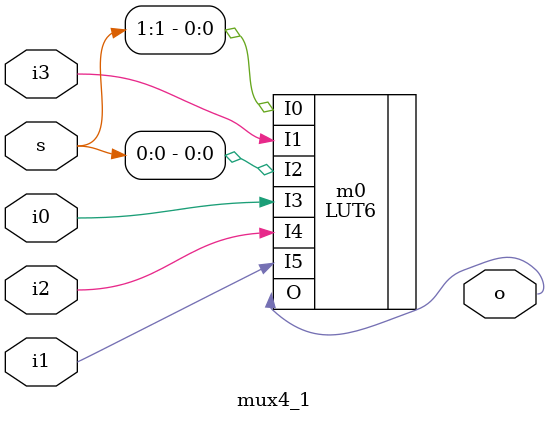
<source format=v>
module mux4_1 ( s, i0, i1, i2, i3, o );
	input [1:0] s;
	input i0, i1, i2, i3;
	output o;
	// synthesis attribute keep_hierarchy mux4_1 "yes";
	defparam m0.INIT = 64'hDFDAD5D08F8A8580;
	LUT6 m0 (
	.I0(s[1]),
	.I1(i3),
	.I2(s[0]),
	.I3(i0),
	.I4(i2),
	.I5(i1),
	.O(o)
	);
endmodule
</source>
